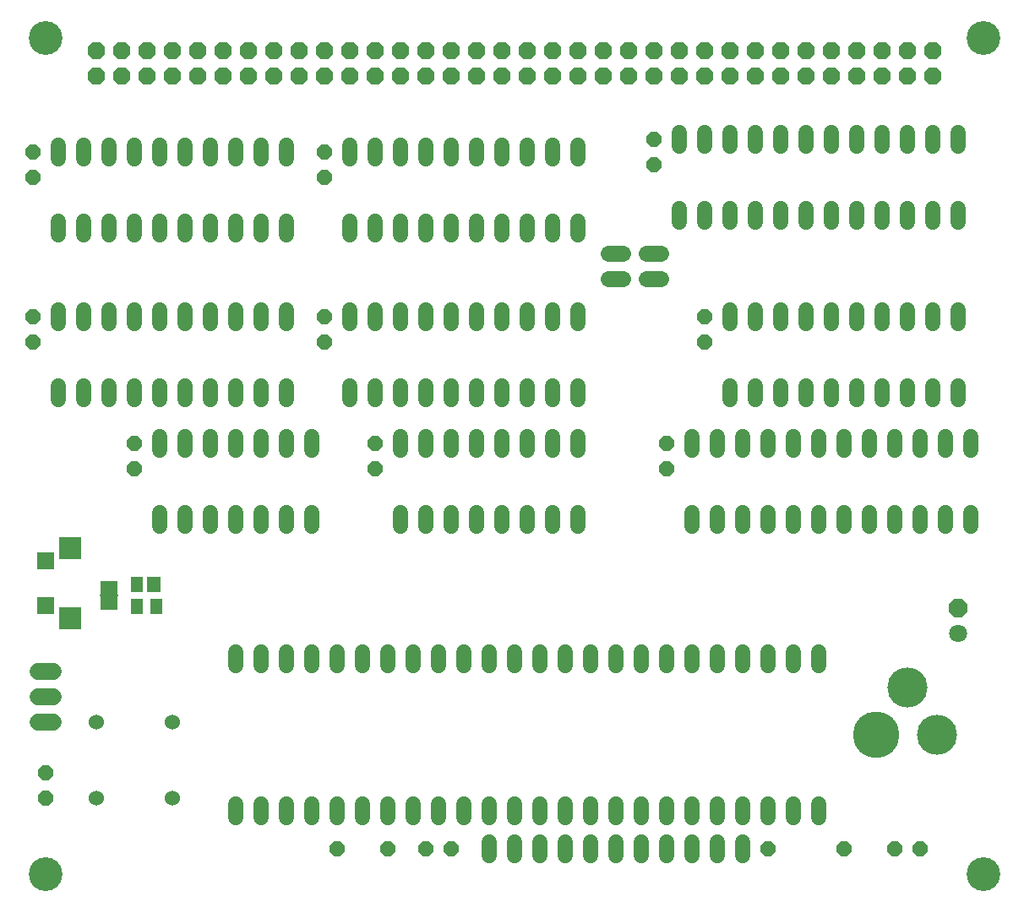
<source format=gts>
G75*
%MOIN*%
%OFA0B0*%
%FSLAX25Y25*%
%IPPOS*%
%LPD*%
%AMOC8*
5,1,8,0,0,1.08239X$1,22.5*
%
%ADD10C,0.13300*%
%ADD11C,0.06000*%
%ADD12C,0.06000*%
%ADD13R,0.07100X0.05400*%
%ADD14R,0.07200X0.00600*%
%ADD15C,0.06800*%
%ADD16R,0.04737X0.06469*%
%ADD17R,0.05524X0.06469*%
%ADD18R,0.06800X0.06800*%
%ADD19R,0.09050X0.09050*%
%ADD20OC8,0.06000*%
%ADD21C,0.18300*%
%ADD22C,0.15800*%
%ADD23OC8,0.07100*%
%ADD24C,0.07100*%
%ADD25OC8,0.06800*%
%ADD26C,0.06400*%
D10*
X0026300Y0021300D03*
X0396300Y0021300D03*
X0396300Y0351300D03*
X0026300Y0351300D03*
D11*
X0031300Y0308900D02*
X0031300Y0303700D01*
X0041300Y0303700D02*
X0041300Y0308900D01*
X0051300Y0308900D02*
X0051300Y0303700D01*
X0061300Y0303700D02*
X0061300Y0308900D01*
X0071300Y0308900D02*
X0071300Y0303700D01*
X0081300Y0303700D02*
X0081300Y0308900D01*
X0091300Y0308900D02*
X0091300Y0303700D01*
X0101300Y0303700D02*
X0101300Y0308900D01*
X0111300Y0308900D02*
X0111300Y0303700D01*
X0121300Y0303700D02*
X0121300Y0308900D01*
X0146300Y0308900D02*
X0146300Y0303700D01*
X0156300Y0303700D02*
X0156300Y0308900D01*
X0166300Y0308900D02*
X0166300Y0303700D01*
X0176300Y0303700D02*
X0176300Y0308900D01*
X0186300Y0308900D02*
X0186300Y0303700D01*
X0196300Y0303700D02*
X0196300Y0308900D01*
X0206300Y0308900D02*
X0206300Y0303700D01*
X0216300Y0303700D02*
X0216300Y0308900D01*
X0226300Y0308900D02*
X0226300Y0303700D01*
X0236300Y0303700D02*
X0236300Y0308900D01*
X0236300Y0278900D02*
X0236300Y0273700D01*
X0226300Y0273700D02*
X0226300Y0278900D01*
X0216300Y0278900D02*
X0216300Y0273700D01*
X0206300Y0273700D02*
X0206300Y0278900D01*
X0196300Y0278900D02*
X0196300Y0273700D01*
X0186300Y0273700D02*
X0186300Y0278900D01*
X0176300Y0278900D02*
X0176300Y0273700D01*
X0166300Y0273700D02*
X0166300Y0278900D01*
X0156300Y0278900D02*
X0156300Y0273700D01*
X0146300Y0273700D02*
X0146300Y0278900D01*
X0121300Y0278900D02*
X0121300Y0273700D01*
X0111300Y0273700D02*
X0111300Y0278900D01*
X0101300Y0278900D02*
X0101300Y0273700D01*
X0091300Y0273700D02*
X0091300Y0278900D01*
X0081300Y0278900D02*
X0081300Y0273700D01*
X0071300Y0273700D02*
X0071300Y0278900D01*
X0061300Y0278900D02*
X0061300Y0273700D01*
X0051300Y0273700D02*
X0051300Y0278900D01*
X0041300Y0278900D02*
X0041300Y0273700D01*
X0031300Y0273700D02*
X0031300Y0278900D01*
X0031300Y0243900D02*
X0031300Y0238700D01*
X0041300Y0238700D02*
X0041300Y0243900D01*
X0051300Y0243900D02*
X0051300Y0238700D01*
X0061300Y0238700D02*
X0061300Y0243900D01*
X0071300Y0243900D02*
X0071300Y0238700D01*
X0081300Y0238700D02*
X0081300Y0243900D01*
X0091300Y0243900D02*
X0091300Y0238700D01*
X0101300Y0238700D02*
X0101300Y0243900D01*
X0111300Y0243900D02*
X0111300Y0238700D01*
X0121300Y0238700D02*
X0121300Y0243900D01*
X0146300Y0243900D02*
X0146300Y0238700D01*
X0156300Y0238700D02*
X0156300Y0243900D01*
X0166300Y0243900D02*
X0166300Y0238700D01*
X0176300Y0238700D02*
X0176300Y0243900D01*
X0186300Y0243900D02*
X0186300Y0238700D01*
X0196300Y0238700D02*
X0196300Y0243900D01*
X0206300Y0243900D02*
X0206300Y0238700D01*
X0216300Y0238700D02*
X0216300Y0243900D01*
X0226300Y0243900D02*
X0226300Y0238700D01*
X0236300Y0238700D02*
X0236300Y0243900D01*
X0236300Y0213900D02*
X0236300Y0208700D01*
X0226300Y0208700D02*
X0226300Y0213900D01*
X0216300Y0213900D02*
X0216300Y0208700D01*
X0206300Y0208700D02*
X0206300Y0213900D01*
X0196300Y0213900D02*
X0196300Y0208700D01*
X0186300Y0208700D02*
X0186300Y0213900D01*
X0176300Y0213900D02*
X0176300Y0208700D01*
X0166300Y0208700D02*
X0166300Y0213900D01*
X0156300Y0213900D02*
X0156300Y0208700D01*
X0146300Y0208700D02*
X0146300Y0213900D01*
X0131300Y0193900D02*
X0131300Y0188700D01*
X0121300Y0188700D02*
X0121300Y0193900D01*
X0111300Y0193900D02*
X0111300Y0188700D01*
X0101300Y0188700D02*
X0101300Y0193900D01*
X0091300Y0193900D02*
X0091300Y0188700D01*
X0081300Y0188700D02*
X0081300Y0193900D01*
X0071300Y0193900D02*
X0071300Y0188700D01*
X0071300Y0208700D02*
X0071300Y0213900D01*
X0081300Y0213900D02*
X0081300Y0208700D01*
X0091300Y0208700D02*
X0091300Y0213900D01*
X0101300Y0213900D02*
X0101300Y0208700D01*
X0111300Y0208700D02*
X0111300Y0213900D01*
X0121300Y0213900D02*
X0121300Y0208700D01*
X0166300Y0193900D02*
X0166300Y0188700D01*
X0176300Y0188700D02*
X0176300Y0193900D01*
X0186300Y0193900D02*
X0186300Y0188700D01*
X0196300Y0188700D02*
X0196300Y0193900D01*
X0206300Y0193900D02*
X0206300Y0188700D01*
X0216300Y0188700D02*
X0216300Y0193900D01*
X0226300Y0193900D02*
X0226300Y0188700D01*
X0236300Y0188700D02*
X0236300Y0193900D01*
X0236300Y0163900D02*
X0236300Y0158700D01*
X0226300Y0158700D02*
X0226300Y0163900D01*
X0216300Y0163900D02*
X0216300Y0158700D01*
X0206300Y0158700D02*
X0206300Y0163900D01*
X0196300Y0163900D02*
X0196300Y0158700D01*
X0186300Y0158700D02*
X0186300Y0163900D01*
X0176300Y0163900D02*
X0176300Y0158700D01*
X0166300Y0158700D02*
X0166300Y0163900D01*
X0131300Y0163900D02*
X0131300Y0158700D01*
X0121300Y0158700D02*
X0121300Y0163900D01*
X0111300Y0163900D02*
X0111300Y0158700D01*
X0101300Y0158700D02*
X0101300Y0163900D01*
X0091300Y0163900D02*
X0091300Y0158700D01*
X0081300Y0158700D02*
X0081300Y0163900D01*
X0071300Y0163900D02*
X0071300Y0158700D01*
X0101300Y0108900D02*
X0101300Y0103700D01*
X0111300Y0103700D02*
X0111300Y0108900D01*
X0121300Y0108900D02*
X0121300Y0103700D01*
X0131300Y0103700D02*
X0131300Y0108900D01*
X0141300Y0108900D02*
X0141300Y0103700D01*
X0151300Y0103700D02*
X0151300Y0108900D01*
X0161300Y0108900D02*
X0161300Y0103700D01*
X0171300Y0103700D02*
X0171300Y0108900D01*
X0181300Y0108900D02*
X0181300Y0103700D01*
X0191300Y0103700D02*
X0191300Y0108900D01*
X0201300Y0108900D02*
X0201300Y0103700D01*
X0211300Y0103700D02*
X0211300Y0108900D01*
X0221300Y0108900D02*
X0221300Y0103700D01*
X0231300Y0103700D02*
X0231300Y0108900D01*
X0241300Y0108900D02*
X0241300Y0103700D01*
X0251300Y0103700D02*
X0251300Y0108900D01*
X0261300Y0108900D02*
X0261300Y0103700D01*
X0271300Y0103700D02*
X0271300Y0108900D01*
X0281300Y0108900D02*
X0281300Y0103700D01*
X0291300Y0103700D02*
X0291300Y0108900D01*
X0301300Y0108900D02*
X0301300Y0103700D01*
X0311300Y0103700D02*
X0311300Y0108900D01*
X0321300Y0108900D02*
X0321300Y0103700D01*
X0331300Y0103700D02*
X0331300Y0108900D01*
X0331300Y0158700D02*
X0331300Y0163900D01*
X0341300Y0163900D02*
X0341300Y0158700D01*
X0351300Y0158700D02*
X0351300Y0163900D01*
X0361300Y0163900D02*
X0361300Y0158700D01*
X0371300Y0158700D02*
X0371300Y0163900D01*
X0381300Y0163900D02*
X0381300Y0158700D01*
X0391300Y0158700D02*
X0391300Y0163900D01*
X0391300Y0188700D02*
X0391300Y0193900D01*
X0381300Y0193900D02*
X0381300Y0188700D01*
X0371300Y0188700D02*
X0371300Y0193900D01*
X0361300Y0193900D02*
X0361300Y0188700D01*
X0351300Y0188700D02*
X0351300Y0193900D01*
X0341300Y0193900D02*
X0341300Y0188700D01*
X0331300Y0188700D02*
X0331300Y0193900D01*
X0321300Y0193900D02*
X0321300Y0188700D01*
X0311300Y0188700D02*
X0311300Y0193900D01*
X0301300Y0193900D02*
X0301300Y0188700D01*
X0291300Y0188700D02*
X0291300Y0193900D01*
X0281300Y0193900D02*
X0281300Y0188700D01*
X0296300Y0208700D02*
X0296300Y0213900D01*
X0306300Y0213900D02*
X0306300Y0208700D01*
X0316300Y0208700D02*
X0316300Y0213900D01*
X0326300Y0213900D02*
X0326300Y0208700D01*
X0336300Y0208700D02*
X0336300Y0213900D01*
X0346300Y0213900D02*
X0346300Y0208700D01*
X0356300Y0208700D02*
X0356300Y0213900D01*
X0366300Y0213900D02*
X0366300Y0208700D01*
X0376300Y0208700D02*
X0376300Y0213900D01*
X0386300Y0213900D02*
X0386300Y0208700D01*
X0386300Y0238700D02*
X0386300Y0243900D01*
X0376300Y0243900D02*
X0376300Y0238700D01*
X0366300Y0238700D02*
X0366300Y0243900D01*
X0356300Y0243900D02*
X0356300Y0238700D01*
X0346300Y0238700D02*
X0346300Y0243900D01*
X0336300Y0243900D02*
X0336300Y0238700D01*
X0326300Y0238700D02*
X0326300Y0243900D01*
X0316300Y0243900D02*
X0316300Y0238700D01*
X0306300Y0238700D02*
X0306300Y0243900D01*
X0296300Y0243900D02*
X0296300Y0238700D01*
X0296300Y0278700D02*
X0296300Y0283900D01*
X0286300Y0283900D02*
X0286300Y0278700D01*
X0276300Y0278700D02*
X0276300Y0283900D01*
X0276300Y0308700D02*
X0276300Y0313900D01*
X0286300Y0313900D02*
X0286300Y0308700D01*
X0296300Y0308700D02*
X0296300Y0313900D01*
X0306300Y0313900D02*
X0306300Y0308700D01*
X0316300Y0308700D02*
X0316300Y0313900D01*
X0326300Y0313900D02*
X0326300Y0308700D01*
X0336300Y0308700D02*
X0336300Y0313900D01*
X0346300Y0313900D02*
X0346300Y0308700D01*
X0356300Y0308700D02*
X0356300Y0313900D01*
X0366300Y0313900D02*
X0366300Y0308700D01*
X0376300Y0308700D02*
X0376300Y0313900D01*
X0386300Y0313900D02*
X0386300Y0308700D01*
X0386300Y0283900D02*
X0386300Y0278700D01*
X0376300Y0278700D02*
X0376300Y0283900D01*
X0366300Y0283900D02*
X0366300Y0278700D01*
X0356300Y0278700D02*
X0356300Y0283900D01*
X0346300Y0283900D02*
X0346300Y0278700D01*
X0336300Y0278700D02*
X0336300Y0283900D01*
X0326300Y0283900D02*
X0326300Y0278700D01*
X0316300Y0278700D02*
X0316300Y0283900D01*
X0306300Y0283900D02*
X0306300Y0278700D01*
X0301300Y0163900D02*
X0301300Y0158700D01*
X0311300Y0158700D02*
X0311300Y0163900D01*
X0321300Y0163900D02*
X0321300Y0158700D01*
X0291300Y0158700D02*
X0291300Y0163900D01*
X0281300Y0163900D02*
X0281300Y0158700D01*
X0281300Y0048900D02*
X0281300Y0043700D01*
X0281300Y0033900D02*
X0281300Y0028700D01*
X0291300Y0028700D02*
X0291300Y0033900D01*
X0291300Y0043700D02*
X0291300Y0048900D01*
X0301300Y0048900D02*
X0301300Y0043700D01*
X0301300Y0033900D02*
X0301300Y0028700D01*
X0311300Y0043700D02*
X0311300Y0048900D01*
X0321300Y0048900D02*
X0321300Y0043700D01*
X0331300Y0043700D02*
X0331300Y0048900D01*
X0271300Y0048900D02*
X0271300Y0043700D01*
X0271300Y0033900D02*
X0271300Y0028700D01*
X0261300Y0028700D02*
X0261300Y0033900D01*
X0261300Y0043700D02*
X0261300Y0048900D01*
X0251300Y0048900D02*
X0251300Y0043700D01*
X0251300Y0033900D02*
X0251300Y0028700D01*
X0241300Y0028700D02*
X0241300Y0033900D01*
X0241300Y0043700D02*
X0241300Y0048900D01*
X0231300Y0048900D02*
X0231300Y0043700D01*
X0231300Y0033900D02*
X0231300Y0028700D01*
X0221300Y0028700D02*
X0221300Y0033900D01*
X0221300Y0043700D02*
X0221300Y0048900D01*
X0211300Y0048900D02*
X0211300Y0043700D01*
X0211300Y0033900D02*
X0211300Y0028700D01*
X0201300Y0028700D02*
X0201300Y0033900D01*
X0201300Y0043700D02*
X0201300Y0048900D01*
X0191300Y0048900D02*
X0191300Y0043700D01*
X0181300Y0043700D02*
X0181300Y0048900D01*
X0171300Y0048900D02*
X0171300Y0043700D01*
X0161300Y0043700D02*
X0161300Y0048900D01*
X0151300Y0048900D02*
X0151300Y0043700D01*
X0141300Y0043700D02*
X0141300Y0048900D01*
X0131300Y0048900D02*
X0131300Y0043700D01*
X0121300Y0043700D02*
X0121300Y0048900D01*
X0111300Y0048900D02*
X0111300Y0043700D01*
X0101300Y0043700D02*
X0101300Y0048900D01*
X0061300Y0208700D02*
X0061300Y0213900D01*
X0051300Y0213900D02*
X0051300Y0208700D01*
X0041300Y0208700D02*
X0041300Y0213900D01*
X0031300Y0213900D02*
X0031300Y0208700D01*
D12*
X0046300Y0081300D03*
X0076300Y0081300D03*
X0076300Y0051300D03*
X0046300Y0051300D03*
D13*
X0051300Y0128300D03*
X0051300Y0134300D03*
D14*
X0051300Y0131300D03*
D15*
X0029300Y0101300D02*
X0023300Y0101300D01*
X0023300Y0091300D02*
X0029300Y0091300D01*
X0029300Y0081300D02*
X0023300Y0081300D01*
D16*
X0062560Y0126969D03*
X0070040Y0126969D03*
X0062560Y0135631D03*
D17*
X0069253Y0135631D03*
D18*
X0026400Y0127450D03*
X0026400Y0145150D03*
D19*
X0036200Y0150100D03*
X0036200Y0122500D03*
D20*
X0026300Y0061300D03*
X0026300Y0051300D03*
X0141300Y0031300D03*
X0161300Y0031300D03*
X0176300Y0031300D03*
X0186300Y0031300D03*
X0311300Y0031300D03*
X0341300Y0031300D03*
X0361300Y0031300D03*
X0371300Y0031300D03*
X0271300Y0181300D03*
X0271300Y0191300D03*
X0286300Y0231300D03*
X0286300Y0241300D03*
X0266300Y0301300D03*
X0266300Y0311300D03*
X0136300Y0306300D03*
X0136300Y0296300D03*
X0136300Y0241300D03*
X0136300Y0231300D03*
X0156300Y0191300D03*
X0156300Y0181300D03*
X0061300Y0181300D03*
X0061300Y0191300D03*
X0021300Y0231300D03*
X0021300Y0241300D03*
X0021300Y0296300D03*
X0021300Y0306300D03*
D21*
X0354095Y0076300D03*
D22*
X0366300Y0095198D03*
X0378111Y0076300D03*
D23*
X0386300Y0126300D03*
D24*
X0386300Y0116300D03*
D25*
X0376300Y0336300D03*
X0376300Y0346300D03*
X0366300Y0346300D03*
X0366300Y0336300D03*
X0356300Y0336300D03*
X0356300Y0346300D03*
X0346300Y0346300D03*
X0346300Y0336300D03*
X0336300Y0336300D03*
X0336300Y0346300D03*
X0326300Y0346300D03*
X0326300Y0336300D03*
X0316300Y0336300D03*
X0316300Y0346300D03*
X0306300Y0346300D03*
X0306300Y0336300D03*
X0296300Y0336300D03*
X0296300Y0346300D03*
X0286300Y0346300D03*
X0286300Y0336300D03*
X0276300Y0336300D03*
X0276300Y0346300D03*
X0266300Y0346300D03*
X0266300Y0336300D03*
X0256300Y0336300D03*
X0256300Y0346300D03*
X0246300Y0346300D03*
X0246300Y0336300D03*
X0236300Y0336300D03*
X0236300Y0346300D03*
X0226300Y0346300D03*
X0226300Y0336300D03*
X0216300Y0336300D03*
X0216300Y0346300D03*
X0206300Y0346300D03*
X0206300Y0336300D03*
X0196300Y0336300D03*
X0196300Y0346300D03*
X0186300Y0346300D03*
X0186300Y0336300D03*
X0176300Y0336300D03*
X0176300Y0346300D03*
X0166300Y0346300D03*
X0166300Y0336300D03*
X0156300Y0336300D03*
X0156300Y0346300D03*
X0146300Y0346300D03*
X0146300Y0336300D03*
X0136300Y0336300D03*
X0136300Y0346300D03*
X0126300Y0346300D03*
X0126300Y0336300D03*
X0116300Y0336300D03*
X0116300Y0346300D03*
X0106300Y0346300D03*
X0106300Y0336300D03*
X0096300Y0336300D03*
X0096300Y0346300D03*
X0086300Y0346300D03*
X0086300Y0336300D03*
X0076300Y0336300D03*
X0076300Y0346300D03*
X0066300Y0346300D03*
X0066300Y0336300D03*
X0056300Y0336300D03*
X0056300Y0346300D03*
X0046300Y0346300D03*
X0046300Y0336300D03*
D26*
X0248500Y0266300D02*
X0254100Y0266300D01*
X0263500Y0266300D02*
X0269100Y0266300D01*
X0269100Y0256300D02*
X0263500Y0256300D01*
X0254100Y0256300D02*
X0248500Y0256300D01*
M02*

</source>
